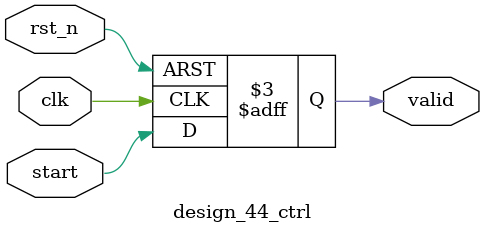
<source format=v>
module design_44_ctrl(
  input  clk,
  input  rst_n,
  input  start,
  output reg valid
);
  reg start_q;
  always @(posedge clk or negedge rst_n) begin
    if (!rst_n) begin
      valid <= 1'b0;
      start_q <= 1'b0;
    end else begin
      start_q <= start;
      valid <= start;
    end
  end
endmodule

</source>
